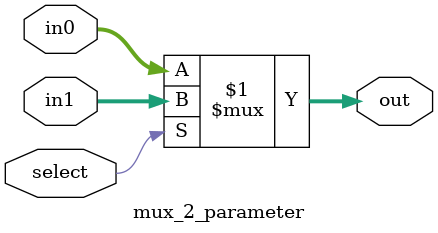
<source format=v>

module mux_2_parameter #(parameter WIDTH = 32) (out, select, in0, in1);
    input select;
    input [WIDTH-1:0] in0, in1;
    output [WIDTH-1:0] out;
    assign out = select ? in1 : in0;
endmodule

</source>
